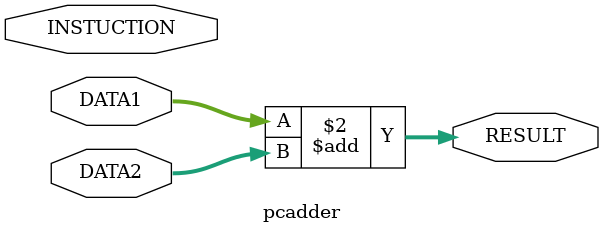
<source format=v>

module pcadder(DATA1,DATA2,INSTUCTION,RESULT);		//declaring the module name and terminal of the module

	input [31:0] DATA1,DATA2,INSTUCTION;			//inputs are 32 bit numbers
	output reg [31:0] RESULT;						//output is a 32 bit number
	
	always @ (INSTUCTION)							//initialig the always block.This always block is triggered when INSTUCTION changes
	begin
	
		#2 RESULT =  DATA1 + DATA2;					//make the output of the module equal to addition of DATA1 and DATA2 with 2 time unit delay
	
	end

endmodule
</source>
